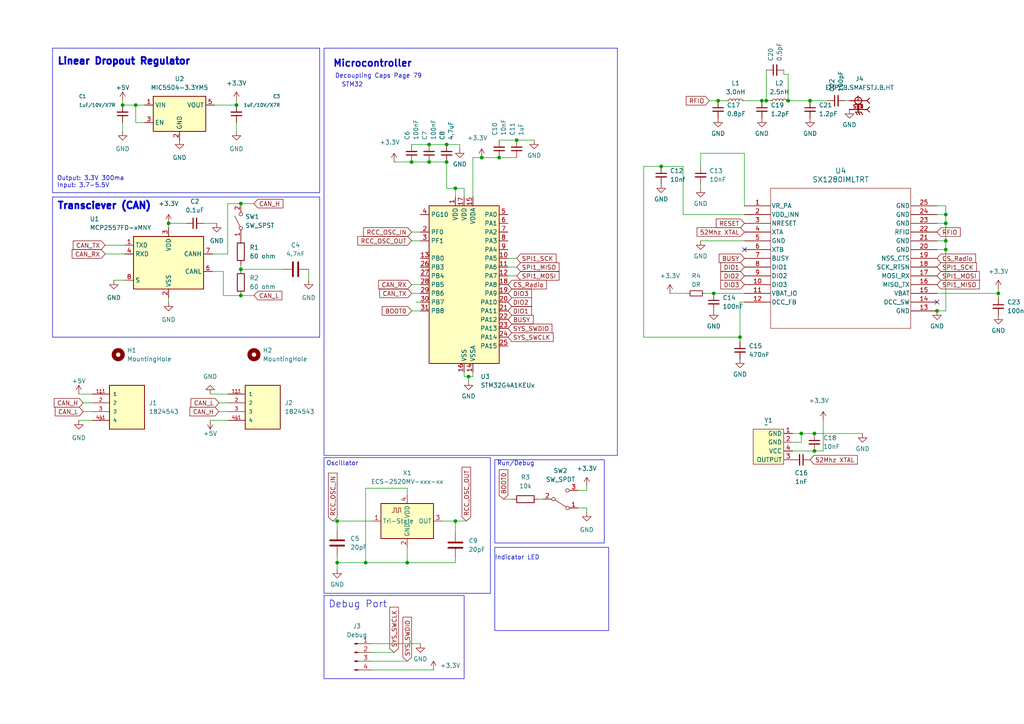
<source format=kicad_sch>
(kicad_sch (version 20230121) (generator eeschema)
  (paper "A4")
  (lib_symbols
    (symbol "+3.3V_1" (power) (pin_names (offset 0))
      (property "Value" "+3.3V_1" (at 0 3.556 0))
      (symbol "+3.3V_1_0_1"
        (polyline (pts (xy -0.762 1.27) (xy 0 2.54)))
        (polyline (pts (xy 0 0) (xy 0 2.54)))
        (polyline (pts (xy 0 2.54) (xy 0.762 1.27)))
      )
      (symbol "+3.3V_1_1_1"
        (pin power_in line (at 0 0 90) (length 0) hide (name "+3.3V") (number "1"))
      )
    )
    (symbol "+3.3V_2" (power) (pin_names (offset 0))
      (property "Value" "+3.3V_2" (at 0 3.556 0))
      (symbol "+3.3V_2_0_1"
        (polyline (pts (xy -0.762 1.27) (xy 0 2.54)))
        (polyline (pts (xy 0 0) (xy 0 2.54)))
        (polyline (pts (xy 0 2.54) (xy 0.762 1.27)))
      )
      (symbol "+3.3V_2_1_1"
        (pin power_in line (at 0 0 90) (length 0) hide (name "+3.3V") (number "1"))
      )
    )
    (symbol "Connector:1824543" (pin_names (offset 1.016))
      (property "Reference" "J" (at -5.08 5.842 0))
      (property "Value" "1824543" (at -5.08 -10.16 0))
      (symbol "1824543_0_0"
        (rectangle (start -5.08 -7.62) (end 5.08 5.08) (stroke (width 0.254)) (fill (type background)))
        (pin passive line (at -10.16 2.54 0) (length 5.08) (name "1") (number "1"))
        (pin passive line (at -10.16 2.54 0) (length 5.08) (name "1") (number "1_1"))
        (pin passive line (at -10.16 0 0) (length 5.08) (name "2") (number "2"))
        (pin passive line (at -10.16 -2.54 0) (length 5.08) (name "3") (number "3"))
        (pin passive line (at -10.16 -5.08 0) (length 5.08) (name "4") (number "4"))
        (pin passive line (at -10.16 -5.08 0) (length 5.08) (name "4") (number "4_1"))
      )
    )
    (symbol "Connector:Conn_01x04_Pin" (pin_names (offset 1.016) hide)
      (property "Reference" "J" (at 0 5.08 0))
      (property "Value" "Conn_01x04_Pin" (at 0 -7.62 0))
      (symbol "Conn_01x04_Pin_1_1"
        (polyline (pts (xy 1.27 -5.08) (xy 0.8636 -5.08)) (stroke (width 0.1524)))
        (polyline (pts (xy 1.27 -2.54) (xy 0.8636 -2.54)) (stroke (width 0.1524)))
        (polyline (pts (xy 1.27 0) (xy 0.8636 0)) (stroke (width 0.1524)))
        (polyline (pts (xy 1.27 2.54) (xy 0.8636 2.54)) (stroke (width 0.1524)))
        (rectangle (start 0.8636 -4.953) (end 0 -5.207) (stroke (width 0.1524)) (fill (type outline)))
        (rectangle (start 0.8636 -2.413) (end 0 -2.667) (stroke (width 0.1524)) (fill (type outline)))
        (rectangle (start 0.8636 0.127) (end 0 -0.127) (stroke (width 0.1524)) (fill (type outline)))
        (rectangle (start 0.8636 2.667) (end 0 2.413) (stroke (width 0.1524)) (fill (type outline)))
        (pin passive line (at 5.08 2.54 180) (length 3.81) (name "Pin_1") (number "1"))
        (pin passive line (at 5.08 0 180) (length 3.81) (name "Pin_2") (number "2"))
        (pin passive line (at 5.08 -2.54 180) (length 3.81) (name "Pin_3") (number "3"))
        (pin passive line (at 5.08 -5.08 180) (length 3.81) (name "Pin_4") (number "4"))
      )
    )
    (symbol "Device:C" (pin_numbers hide) (pin_names (offset 0.254))
      (property "Reference" "C" (at 0.635 2.54 0))
      (property "Value" "C" (at 0.635 -2.54 0))
      (symbol "C_0_1"
        (polyline (pts (xy -2.032 -0.762) (xy 2.032 -0.762)) (stroke (width 0.508)))
        (polyline (pts (xy -2.032 0.762) (xy 2.032 0.762)) (stroke (width 0.508)))
      )
      (symbol "C_1_1"
        (pin passive line (at 0 3.81 270) (length 2.794) (name "~") (number "1"))
        (pin passive line (at 0 -3.81 90) (length 2.794) (name "~") (number "2"))
      )
    )
    (symbol "Device:C_Small" (pin_numbers hide) (pin_names (offset 0.254) hide)
      (property "Reference" "C" (at 0.254 1.778 0))
      (property "Value" "C_Small" (at 0.254 -2.032 0))
      (symbol "C_Small_0_1"
        (polyline (pts (xy -1.524 -0.508) (xy 1.524 -0.508)) (stroke (width 0.3302)))
        (polyline (pts (xy -1.524 0.508) (xy 1.524 0.508)) (stroke (width 0.3048)))
      )
      (symbol "C_Small_1_1"
        (pin passive line (at 0 2.54 270) (length 2.032) (name "~") (number "1"))
        (pin passive line (at 0 -2.54 90) (length 2.032) (name "~") (number "2"))
      )
    )
    (symbol "Device:L_Small" (pin_numbers hide) (pin_names (offset 0.254) hide)
      (property "Reference" "L" (at 0.762 1.016 0))
      (property "Value" "L_Small" (at 0.762 -1.016 0))
      (symbol "L_Small_0_1"
        (arc (start 0 -2.032) (mid 0.5058 -1.524) (end 0 -1.016))
        (arc (start 0 -1.016) (mid 0.5058 -0.508) (end 0 0))
        (arc (start 0 0) (mid 0.5058 0.508) (end 0 1.016))
        (arc (start 0 1.016) (mid 0.5058 1.524) (end 0 2.032))
      )
      (symbol "L_Small_1_1"
        (pin passive line (at 0 2.54 270) (length 0.508) (name "~") (number "1"))
        (pin passive line (at 0 -2.54 90) (length 0.508) (name "~") (number "2"))
      )
    )
    (symbol "Device:R" (pin_numbers hide) (pin_names (offset 0))
      (property "Reference" "R" (at 2.032 0 90))
      (property "Value" "R" (at 0 0 90))
      (symbol "R_0_1"
        (rectangle (start -1.016 -2.54) (end 1.016 2.54) (stroke (width 0.254)))
      )
      (symbol "R_1_1"
        (pin passive line (at 0 3.81 270) (length 1.27) (name "~") (number "1"))
        (pin passive line (at 0 -3.81 90) (length 1.27) (name "~") (number "2"))
      )
    )
    (symbol "Device:R_Small" (pin_numbers hide) (pin_names (offset 0.254) hide)
      (property "Reference" "R" (at 0.762 0.508 0))
      (property "Value" "R_Small" (at 0.762 -1.016 0))
      (symbol "R_Small_0_1"
        (rectangle (start -0.762 1.778) (end 0.762 -1.778) (stroke (width 0.2032)))
      )
      (symbol "R_Small_1_1"
        (pin passive line (at 0 2.54 270) (length 0.762) (name "~") (number "1"))
        (pin passive line (at 0 -2.54 90) (length 0.762) (name "~") (number "2"))
      )
    )
    (symbol "GND_1" (power) (pin_names (offset 0))
      (property "Value" "GND_1" (at 0 -3.81 0))
      (symbol "GND_1_0_1"
        (polyline (pts (xy 0 0) (xy 0 -1.27) (xy 1.27 -1.27) (xy 0 -2.54) (xy -1.27 -1.27) (xy 0 -1.27)))
      )
      (symbol "GND_1_1_1"
        (pin power_in line (at 0 0 270) (length 0) hide (name "GND") (number "1"))
      )
    )
    (symbol "Interface_CAN_LIN:MCP2557FD-xMNY"
      (property "Reference" "U" (at -10.16 10.16 0))
      (property "Value" "MCP2557FD-xMNY" (at 2.54 10.16 0))
      (symbol "MCP2557FD-xMNY_0_1"
        (rectangle (start -10.16 7.62) (end 10.16 -7.62) (stroke (width 0.254)) (fill (type background)))
      )
      (symbol "MCP2557FD-xMNY_1_1"
        (pin input line (at -12.7 5.08 0) (length 2.54) (name "TXD") (number "1"))
        (pin power_in line (at 0 -10.16 90) (length 2.54) (name "VSS") (number "2"))
        (pin power_in line (at 0 10.16 270) (length 2.54) (name "VDD") (number "3"))
        (pin output line (at -12.7 2.54 0) (length 2.54) (name "RXD") (number "4"))
        (pin no_connect line (at -10.16 -2.54 0) (length 2.54) hide (name "NC") (number "5"))
        (pin bidirectional line (at 12.7 -2.54 180) (length 2.54) (name "CANL") (number "6"))
        (pin bidirectional line (at 12.7 2.54 180) (length 2.54) (name "CANH") (number "7"))
        (pin input line (at -12.7 -5.08 0) (length 2.54) (name "S") (number "8"))
        (pin passive line (at 0 -10.16 90) (length 2.54) hide (name "VSS") (number "9"))
      )
    )
    (symbol "MCU_ST_STM32G4:STM32G4A1KEUx"
      (property "Reference" "U" (at -10.16 24.13 0))
      (property "Value" "STM32G4A1KEUx" (at 5.08 24.13 0))
      (symbol "STM32G4A1KEUx_0_1"
        (rectangle (start -10.16 -22.86) (end 10.16 22.86) (stroke (width 0.254)) (fill (type background)))
      )
      (symbol "STM32G4A1KEUx_1_1"
        (pin power_in line (at -2.54 25.4 270) (length 2.54) (name "VDD") (number "1"))
        (pin bidirectional line (at 12.7 7.62 180) (length 2.54) (name "PA5") (number "10"))
        (pin bidirectional line (at 12.7 5.08 180) (length 2.54) (name "PA6") (number "11"))
        (pin bidirectional line (at 12.7 2.54 180) (length 2.54) (name "PA7") (number "12"))
        (pin bidirectional line (at -12.7 7.62 0) (length 2.54) (name "PB0") (number "13"))
        (pin power_in line (at 2.54 -25.4 90) (length 2.54) (name "VSSA") (number "14"))
        (pin power_in line (at 2.54 25.4 270) (length 2.54) (name "VDDA") (number "15"))
        (pin power_in line (at 0 -25.4 90) (length 2.54) (name "VSS") (number "16"))
        (pin power_in line (at 0 25.4 270) (length 2.54) (name "VDD") (number "17"))
        (pin bidirectional line (at 12.7 0 180) (length 2.54) (name "PA8") (number "18"))
        (pin bidirectional line (at 12.7 -2.54 180) (length 2.54) (name "PA9") (number "19"))
        (pin bidirectional line (at -12.7 15.24 0) (length 2.54) (name "PF0") (number "2"))
        (pin bidirectional line (at 12.7 -5.08 180) (length 2.54) (name "PA10") (number "20"))
        (pin bidirectional line (at 12.7 -7.62 180) (length 2.54) (name "PA11") (number "21"))
        (pin bidirectional line (at 12.7 -10.16 180) (length 2.54) (name "PA12") (number "22"))
        (pin bidirectional line (at 12.7 -12.7 180) (length 2.54) (name "PA13") (number "23"))
        (pin bidirectional line (at 12.7 -15.24 180) (length 2.54) (name "PA14") (number "24"))
        (pin bidirectional line (at 12.7 -17.78 180) (length 2.54) (name "PA15") (number "25"))
        (pin bidirectional line (at -12.7 5.08 0) (length 2.54) (name "PB3") (number "26"))
        (pin bidirectional line (at -12.7 2.54 0) (length 2.54) (name "PB4") (number "27"))
        (pin bidirectional line (at -12.7 0 0) (length 2.54) (name "PB5") (number "28"))
        (pin bidirectional line (at -12.7 -2.54 0) (length 2.54) (name "PB6") (number "29"))
        (pin bidirectional line (at -12.7 12.7 0) (length 2.54) (name "PF1") (number "3"))
        (pin bidirectional line (at -12.7 -5.08 0) (length 2.54) (name "PB7") (number "30"))
        (pin bidirectional line (at -12.7 -7.62 0) (length 2.54) (name "PB8") (number "31"))
        (pin passive line (at 0 -25.4 90) (length 2.54) hide (name "VSS") (number "32"))
        (pin passive line (at 0 -25.4 90) (length 2.54) hide (name "VSS") (number "33"))
        (pin bidirectional line (at -12.7 20.32 0) (length 2.54) (name "PG10") (number "4"))
        (pin bidirectional line (at 12.7 20.32 180) (length 2.54) (name "PA0") (number "5"))
        (pin bidirectional line (at 12.7 17.78 180) (length 2.54) (name "PA1") (number "6"))
        (pin bidirectional line (at 12.7 15.24 180) (length 2.54) (name "PA2") (number "7"))
        (pin bidirectional line (at 12.7 12.7 180) (length 2.54) (name "PA3") (number "8"))
        (pin bidirectional line (at 12.7 10.16 180) (length 2.54) (name "PA4") (number "9"))
      )
    )
    (symbol "Mechanical:MountingHole" (pin_names (offset 1.016))
      (property "Reference" "H" (at 0 5.08 0))
      (property "Value" "MountingHole" (at 0 3.175 0))
      (symbol "MountingHole_0_1"
        (circle (center 0 0) (radius 1.27) (stroke (width 1.27)))
      )
    )
    (symbol "Oscillator:ECS-2520MV-xxx-xx"
      (property "Reference" "X" (at -5.08 6.35 0))
      (property "Value" "ECS-2520MV-xxx-xx" (at 1.27 -6.35 0))
      (symbol "ECS-2520MV-xxx-xx_0_1"
        (rectangle (start -7.62 5.08) (end 7.62 -5.08) (stroke (width 0.254)) (fill (type background)))
        (polyline (pts (xy -4.445 2.54) (xy -3.81 2.54) (xy -3.81 3.81) (xy -3.175 3.81) (xy -3.175 2.54) (xy -2.54 2.54) (xy -2.54 3.81) (xy -1.905 3.81) (xy -1.905 2.54)))
      )
      (symbol "ECS-2520MV-xxx-xx_1_1"
        (pin input line (at -10.16 0 0) (length 2.54) (name "Tri-State") (number "1"))
        (pin power_in line (at 0 -7.62 90) (length 2.54) (name "GND") (number "2"))
        (pin output line (at 10.16 0 180) (length 2.54) (name "OUT") (number "3"))
        (pin power_in line (at 0 7.62 270) (length 2.54) (name "VDD") (number "4"))
      )
    )
    (symbol "Regulator_Linear:MIC5504-3.3YM5"
      (property "Reference" "U" (at -7.62 8.89 0))
      (property "Value" "MIC5504-3.3YM5" (at -7.62 6.35 0))
      (symbol "MIC5504-3.3YM5_0_1"
        (rectangle (start -7.62 -5.08) (end 7.62 5.08) (stroke (width 0.254)) (fill (type background)))
      )
      (symbol "MIC5504-3.3YM5_1_1"
        (pin power_in line (at -10.16 2.54 0) (length 2.54) (name "VIN") (number "1"))
        (pin power_in line (at 0 -7.62 90) (length 2.54) (name "GND") (number "2"))
        (pin input line (at -10.16 -2.54 0) (length 2.54) (name "EN") (number "3"))
        (pin no_connect line (at 7.62 -2.54 180) (length 2.54) hide (name "NC") (number "4"))
        (pin power_out line (at 10.16 2.54 180) (length 2.54) (name "VOUT") (number "5"))
      )
    )
    (symbol "SMA:EMPCB.SMAFSTJ.B.HT" (pin_names (offset 1.016))
      (property "Reference" "J" (at -3.8103 4.0644 0))
      (property "Value" "EMPCB.SMAFSTJ.B.HT" (at -4.067 -4.3211 0))
      (symbol "EMPCB.SMAFSTJ.B.HT_0_0"
        (polyline (pts (xy -3.302 -0.762) (xy -2.54 0)) (stroke (width 0.254)))
        (polyline (pts (xy -3.302 0.762) (xy -2.54 0)) (stroke (width 0.254)))
        (polyline (pts (xy -3.302 1.778) (xy -2.54 2.54)) (stroke (width 0.254)))
        (polyline (pts (xy -3.302 3.302) (xy -2.54 2.54)) (stroke (width 0.254)))
        (polyline (pts (xy -2.54 0) (xy 0 0)) (stroke (width 0.254)))
        (polyline (pts (xy -2.54 2.54) (xy 2.54 2.54)) (stroke (width 0.254)))
        (polyline (pts (xy -1.016 1.524) (xy 0 1.524)) (stroke (width 0.254)))
        (polyline (pts (xy -0.762 -0.762) (xy -1.27 -1.524)) (stroke (width 0.254)))
        (polyline (pts (xy 0 -0.762) (xy -0.762 -0.762)) (stroke (width 0.254)))
        (polyline (pts (xy 0 -0.762) (xy -0.508 -1.524)) (stroke (width 0.254)))
        (polyline (pts (xy 0 -0.762) (xy 0.762 -0.762)) (stroke (width 0.254)))
        (polyline (pts (xy 0 0) (xy -2.286 0)) (stroke (width 0.254)))
        (polyline (pts (xy 0 0) (xy 0 -0.762)) (stroke (width 0.254)))
        (polyline (pts (xy 0 1.524) (xy 0 0)) (stroke (width 0.254)))
        (polyline (pts (xy 0 1.524) (xy 1.016 1.524)) (stroke (width 0.254)))
        (polyline (pts (xy 0.762 -0.762) (xy 0.254 -1.524)) (stroke (width 0.254)))
        (polyline (pts (xy 2.54 0) (xy 0 0)) (stroke (width 0.254)))
        (circle (center 0 0) (radius 0.254) (stroke (width 0.254)))
        (circle (center 0 2.54) (radius 1.016) (stroke (width 0.254)))
        (pin passive line (at 2.54 2.54 180) (length 5.08) (name "~") (number "1"))
        (pin passive line (at 2.54 0 180) (length 5.08) (name "~") (number "SH1"))
        (pin passive line (at 2.54 0 180) (length 5.08) (name "~") (number "SH2"))
        (pin passive line (at 2.54 0 180) (length 5.08) (name "~") (number "SH3"))
        (pin passive line (at 2.54 0 180) (length 5.08) (name "~") (number "SH4"))
      )
    )
    (symbol "SX1280:SX1280IMLTRT" (pin_names (offset 0.254))
      (property "Reference" "U" (at 27.94 10.16 0))
      (property "Value" "SX1280IMLTRT" (at 27.94 7.62 0))
      (symbol "SX1280IMLTRT_0_1"
        (polyline (pts (xy 7.62 -35.56) (xy 48.26 -35.56)) (stroke (width 0.127)))
        (polyline (pts (xy 7.62 5.08) (xy 7.62 -35.56)) (stroke (width 0.127)))
        (polyline (pts (xy 48.26 -35.56) (xy 48.26 5.08)) (stroke (width 0.127)))
        (polyline (pts (xy 48.26 5.08) (xy 7.62 5.08)) (stroke (width 0.127)))
        (pin power_in line (at 0 0 0) (length 7.62) (name "VR_PA") (number "1"))
        (pin bidirectional line (at 0 -22.86 0) (length 7.62) (name "DIO3") (number "10"))
        (pin power_in line (at 0 -25.4 0) (length 7.62) (name "VBAT_IO") (number "11"))
        (pin output line (at 0 -27.94 0) (length 7.62) (name "DCC_FB") (number "12"))
        (pin power_out line (at 55.88 -30.48 180) (length 7.62) (name "GND") (number "13"))
        (pin output line (at 55.88 -27.94 180) (length 7.62) (name "DCC_SW") (number "14"))
        (pin power_in line (at 55.88 -25.4 180) (length 7.62) (name "VBAT") (number "15"))
        (pin output line (at 55.88 -22.86 180) (length 7.62) (name "MISO_TX") (number "16"))
        (pin input line (at 55.88 -20.32 180) (length 7.62) (name "MOSI_RX") (number "17"))
        (pin input line (at 55.88 -17.78 180) (length 7.62) (name "SCK_RTSN") (number "18"))
        (pin input line (at 55.88 -15.24 180) (length 7.62) (name "NSS_CTS") (number "19"))
        (pin power_in line (at 0 -2.54 0) (length 7.62) (name "VDD_INN") (number "2"))
        (pin power_out line (at 55.88 -12.7 180) (length 7.62) (name "GND") (number "20"))
        (pin power_out line (at 55.88 -10.16 180) (length 7.62) (name "GND") (number "21"))
        (pin bidirectional line (at 55.88 -7.62 180) (length 7.62) (name "RFIO") (number "22"))
        (pin power_out line (at 55.88 -5.08 180) (length 7.62) (name "GND") (number "23"))
        (pin power_out line (at 55.88 -2.54 180) (length 7.62) (name "GND") (number "24"))
        (pin power_out line (at 55.88 0 180) (length 7.62) (name "GND") (number "25"))
        (pin input line (at 0 -5.08 0) (length 7.62) (name "NRESET") (number "3"))
        (pin bidirectional line (at 0 -7.62 0) (length 7.62) (name "XTA") (number "4"))
        (pin power_out line (at 0 -10.16 0) (length 7.62) (name "GND") (number "5"))
        (pin bidirectional line (at 0 -12.7 0) (length 7.62) (name "XTB") (number "6"))
        (pin output line (at 0 -15.24 0) (length 7.62) (name "BUSY") (number "7"))
        (pin bidirectional line (at 0 -17.78 0) (length 7.62) (name "DIO1") (number "8"))
        (pin bidirectional line (at 0 -20.32 0) (length 7.62) (name "DIO2") (number "9"))
      )
    )
    (symbol "Switch:SW_SPDT" (pin_names (offset 0) hide)
      (property "Reference" "SW" (at 0 4.318 0))
      (property "Value" "SW_SPDT" (at 0 -5.08 0))
      (symbol "SW_SPDT_0_0"
        (circle (center -2.032 0) (radius 0.508))
        (circle (center 2.032 -2.54) (radius 0.508))
      )
      (symbol "SW_SPDT_0_1"
        (polyline (pts (xy -1.524 0.254) (xy 1.651 2.286)))
        (circle (center 2.032 2.54) (radius 0.508))
      )
      (symbol "SW_SPDT_1_1"
        (pin passive line (at 5.08 2.54 180) (length 2.54) (name "A") (number "1"))
        (pin passive line (at -5.08 0 0) (length 2.54) (name "B") (number "2"))
        (pin passive line (at 5.08 -2.54 180) (length 2.54) (name "C") (number "3"))
      )
    )
    (symbol "Switch:SW_SPST" (pin_names (offset 0) hide)
      (property "Reference" "SW" (at 0 3.175 0))
      (property "Value" "SW_SPST" (at 0 -2.54 0))
      (symbol "SW_SPST_0_0"
        (circle (center -2.032 0) (radius 0.508))
        (polyline (pts (xy -1.524 0.254) (xy 1.524 1.778)))
        (circle (center 2.032 0) (radius 0.508))
      )
      (symbol "SW_SPST_1_1"
        (pin passive line (at -5.08 0 0) (length 2.54) (name "A") (number "1"))
        (pin passive line (at 5.08 0 180) (length 2.54) (name "B") (number "2"))
      )
    )
    (symbol "TX0369B:TX0369B"
      (property "Reference" "Y" (at 0 0 0))
      (symbol "TX0369B_1_1"
        (rectangle (start -3.81 -1.27) (end 5.08 -11.43) (fill (type background)))
        (pin input line (at 7.62 -2.54 180) (length 2.54) (name "GND") (number "1"))
        (pin input line (at 7.62 -5.08 180) (length 2.54) (name "GND") (number "2"))
        (pin output line (at 7.62 -10.16 180) (length 2.54) (name "OUTPUT") (number "3"))
        (pin power_in line (at 7.62 -7.62 180) (length 2.54) (name "VCC") (number "4"))
      )
    )
    (symbol "power:+3.3V" (power) (pin_names (offset 0))
      (property "Value" "+3.3V" (at 0 3.556 0))
      (symbol "+3.3V_0_1"
        (polyline (pts (xy -0.762 1.27) (xy 0 2.54)))
        (polyline (pts (xy 0 0) (xy 0 2.54)))
        (polyline (pts (xy 0 2.54) (xy 0.762 1.27)))
      )
      (symbol "+3.3V_1_1"
        (pin power_in line (at 0 0 90) (length 0) hide (name "+3.3V") (number "1"))
      )
    )
    (symbol "power:+5V" (power) (pin_names (offset 0))
      (property "Value" "+5V" (at 0 3.556 0))
      (symbol "+5V_0_1"
        (polyline (pts (xy -0.762 1.27) (xy 0 2.54)))
        (polyline (pts (xy 0 0) (xy 0 2.54)))
        (polyline (pts (xy 0 2.54) (xy 0.762 1.27)))
      )
      (symbol "+5V_1_1"
        (pin power_in line (at 0 0 90) (length 0) hide (name "+5V") (number "1"))
      )
    )
    (symbol "power:GND" (power) (pin_names (offset 0))
      (property "Value" "GND" (at 0 -3.81 0))
      (symbol "GND_0_1"
        (polyline (pts (xy 0 0) (xy 0 -1.27) (xy 1.27 -1.27) (xy 0 -2.54) (xy -1.27 -1.27) (xy 0 -1.27)))
      )
      (symbol "GND_1_1"
        (pin power_in line (at 0 0 270) (length 0) hide (name "GND") (number "1"))
      )
    )
  )
  (junction (at 132.08 151.13))
  (junction (at 124.46 41.91))
  (junction (at 220.98 29.21))
  (junction (at 234.95 29.21))
  (junction (at 144.78 45.72))
  (junction (at 129.54 46.99))
  (junction (at 119.38 46.99))
  (junction (at 191.77 48.26))
  (junction (at 69.85 78.105))
  (junction (at 129.54 41.91))
  (junction (at 274.32 72.39))
  (junction (at 35.56 30.48))
  (junction (at 124.46 46.99))
  (junction (at 274.32 64.77))
  (junction (at 214.63 97.79))
  (junction (at 208.28 29.21))
  (junction (at 97.79 163.195))
  (junction (at 97.79 151.13))
  (junction (at 274.32 62.23))
  (junction (at 274.32 69.85))
  (junction (at 135.89 109.22))
  (junction (at 68.58 30.48))
  (junction (at 228.6 29.21))
  (junction (at 149.86 40.64))
  (junction (at 69.85 85.725))
  (junction (at 222.25 29.21))
  (junction (at 106.045 163.195))
  (junction (at 207.01 85.09))
  (junction (at 236.22 130.81))
  (junction (at 232.41 125.73))
  (junction (at 271.78 90.17))
  (junction (at 289.56 85.09))
  (junction (at 69.85 59.055))
  (junction (at 236.22 125.73))
  (junction (at 139.7 45.72))
  (junction (at 48.895 64.77))
  (junction (at 39.37 30.48))
  (junction (at 118.11 163.195))
  (junction (at 132.08 54.61))
  (no_connect (at 271.78 87.63))
  (no_connect (at 215.9 72.39))
  (wire (pts (xy 69.85 76.835) (xy 69.85 78.105)))
  (wire (pts (xy 274.32 72.39) (xy 274.32 69.85)))
  (wire (pts (xy 133.35 43.18) (xy 133.35 41.91)))
  (wire (pts (xy 156.21 144.78) (xy 157.48 144.78)))
  (wire (pts (xy 220.98 29.21) (xy 222.25 29.21)))
  (polyline (pts (xy 92.71 97.79) (xy 92.71 57.15)))
  (wire (pts (xy 274.32 69.85) (xy 274.32 64.77)))
  (wire (pts (xy 214.63 97.79) (xy 214.63 87.63)))
  (wire (pts (xy 124.46 41.91) (xy 129.54 41.91)))
  (wire (pts (xy 119.38 90.17) (xy 121.92 90.17)))
  (wire (pts (xy 274.32 59.69) (xy 271.78 59.69)))
  (wire (pts (xy 125.73 194.31) (xy 107.95 194.31)))
  (wire (pts (xy 41.91 35.56) (xy 39.37 35.56)))
  (wire (pts (xy 97.79 161.29) (xy 97.79 163.195)))
  (wire (pts (xy 97.79 153.67) (xy 97.79 151.13)))
  (wire (pts (xy 222.25 29.21) (xy 223.52 29.21)))
  (wire (pts (xy 114.3 46.99) (xy 119.38 46.99)))
  (wire (pts (xy 114.3 189.23) (xy 107.95 189.23)))
  (wire (pts (xy 118.11 143.51) (xy 118.11 141.605)))
  (wire (pts (xy 69.85 85.725) (xy 73.66 85.725)))
  (wire (pts (xy 39.37 35.56) (xy 39.37 30.48)))
  (wire (pts (xy 69.85 59.055) (xy 73.66 59.055)))
  (wire (pts (xy 97.79 163.195) (xy 106.045 163.195)))
  (wire (pts (xy 167.64 147.32) (xy 170.18 147.32)))
  (wire (pts (xy 64.77 85.725) (xy 69.85 85.725)))
  (wire (pts (xy 144.78 45.72) (xy 149.86 45.72)))
  (wire (pts (xy 215.9 59.69) (xy 215.9 44.45)))
  (wire (pts (xy 274.32 64.77) (xy 274.32 62.23)))
  (wire (pts (xy 121.92 85.09) (xy 119.38 85.09)))
  (wire (pts (xy 137.16 109.22) (xy 137.16 107.95)))
  (polyline (pts (xy 15.24 13.97) (xy 92.71 13.97)))
  (wire (pts (xy 227.33 20.32) (xy 227.33 21.59)))
  (wire (pts (xy 68.58 38.1) (xy 68.58 35.56)))
  (wire (pts (xy 68.58 30.48) (xy 62.23 30.48)))
  (wire (pts (xy 68.58 30.48) (xy 68.58 29.21)))
  (wire (pts (xy 203.2 69.85) (xy 215.9 69.85)))
  (wire (pts (xy 214.63 87.63) (xy 215.9 87.63)))
  (wire (pts (xy 22.86 114.3) (xy 26.67 114.3)))
  (wire (pts (xy 214.63 97.79) (xy 214.63 99.06)))
  (wire (pts (xy 63.5 116.84) (xy 66.04 116.84)))
  (wire (pts (xy 170.18 147.32) (xy 170.18 148.59)))
  (wire (pts (xy 186.69 97.79) (xy 214.63 97.79)))
  (wire (pts (xy 135.255 151.13) (xy 132.08 151.13)))
  (wire (pts (xy 62.865 64.77) (xy 59.055 64.77)))
  (wire (pts (xy 119.38 69.85) (xy 121.92 69.85)))
  (wire (pts (xy 132.08 151.13) (xy 132.08 154.305)))
  (wire (pts (xy 198.12 48.26) (xy 191.77 48.26)))
  (wire (pts (xy 119.38 67.31) (xy 121.92 67.31)))
  (wire (pts (xy 35.56 30.48) (xy 39.37 30.48)))
  (wire (pts (xy 186.69 48.26) (xy 186.69 97.79)))
  (wire (pts (xy 121.92 186.69) (xy 107.95 186.69)))
  (wire (pts (xy 120.65 87.63) (xy 121.92 87.63)))
  (wire (pts (xy 97.79 165.1) (xy 97.79 163.195)))
  (wire (pts (xy 144.78 40.64) (xy 149.86 40.64)))
  (wire (pts (xy 203.2 44.45) (xy 203.2 48.26)))
  (wire (pts (xy 96.52 151.13) (xy 97.79 151.13)))
  (wire (pts (xy 236.22 125.73) (xy 232.41 125.73)))
  (wire (pts (xy 24.13 116.84) (xy 26.67 116.84)))
  (wire (pts (xy 132.08 57.15) (xy 132.08 54.61)))
  (wire (pts (xy 118.11 191.77) (xy 107.95 191.77)))
  (wire (pts (xy 274.32 90.17) (xy 274.32 72.39)))
  (wire (pts (xy 170.18 142.24) (xy 167.64 142.24)))
  (wire (pts (xy 89.535 81.28) (xy 89.535 78.105)))
  (polyline (pts (xy 15.24 97.79) (xy 92.71 97.79)))
  (wire (pts (xy 228.6 29.21) (xy 234.95 29.21)))
  (wire (pts (xy 128.27 151.13) (xy 132.08 151.13)))
  (wire (pts (xy 135.89 110.49) (xy 135.89 109.22)))
  (wire (pts (xy 203.2 54.61) (xy 203.2 53.34)))
  (wire (pts (xy 35.56 30.48) (xy 35.56 29.21)))
  (wire (pts (xy 271.78 72.39) (xy 274.32 72.39)))
  (wire (pts (xy 30.48 71.12) (xy 36.195 71.12)))
  (polyline (pts (xy 15.24 13.97) (xy 15.24 55.88)))
  (wire (pts (xy 119.38 82.55) (xy 121.92 82.55)))
  (polyline (pts (xy 92.71 57.15) (xy 15.24 57.15)))
  (wire (pts (xy 132.08 161.925) (xy 132.08 163.195)))
  (wire (pts (xy 64.77 78.74) (xy 64.77 85.725)))
  (wire (pts (xy 137.16 45.72) (xy 139.7 45.72)))
  (wire (pts (xy 215.9 44.45) (xy 203.2 44.45)))
  (wire (pts (xy 137.16 45.72) (xy 137.16 57.15)))
  (wire (pts (xy 236.22 130.81) (xy 238.76 130.81)))
  (wire (pts (xy 134.62 107.95) (xy 134.62 109.22)))
  (wire (pts (xy 97.79 151.13) (xy 107.95 151.13)))
  (wire (pts (xy 60.96 121.92) (xy 66.04 121.92)))
  (wire (pts (xy 81.915 78.105) (xy 69.85 78.105)))
  (wire (pts (xy 66.04 59.055) (xy 66.04 73.66)))
  (wire (pts (xy 207.01 85.09) (xy 215.9 85.09)))
  (wire (pts (xy 53.975 64.77) (xy 48.895 64.77)))
  (wire (pts (xy 129.54 54.61) (xy 132.08 54.61)))
  (wire (pts (xy 234.95 29.21) (xy 240.03 29.21)))
  (wire (pts (xy 215.9 29.21) (xy 220.98 29.21)))
  (wire (pts (xy 48.895 87.63) (xy 48.895 86.36)))
  (wire (pts (xy 289.56 83.82) (xy 289.56 85.09)))
  (wire (pts (xy 205.74 29.21) (xy 208.28 29.21)))
  (wire (pts (xy 149.86 74.93) (xy 147.32 74.93)))
  (polyline (pts (xy 15.24 97.79) (xy 15.24 57.15)))
  (wire (pts (xy 134.62 109.22) (xy 135.89 109.22)))
  (wire (pts (xy 24.13 119.38) (xy 26.67 119.38)))
  (wire (pts (xy 232.41 128.27) (xy 232.41 125.73)))
  (wire (pts (xy 149.86 80.01) (xy 147.32 80.01)))
  (wire (pts (xy 289.56 85.09) (xy 289.56 86.36)))
  (wire (pts (xy 33.02 81.28) (xy 36.195 81.28)))
  (wire (pts (xy 229.87 128.27) (xy 232.41 128.27)))
  (wire (pts (xy 119.38 46.99) (xy 124.46 46.99)))
  (wire (pts (xy 63.5 119.38) (xy 66.04 119.38)))
  (wire (pts (xy 271.78 85.09) (xy 289.56 85.09)))
  (wire (pts (xy 132.08 163.195) (xy 118.11 163.195)))
  (wire (pts (xy 222.25 20.32) (xy 222.25 29.21)))
  (wire (pts (xy 215.9 62.23) (xy 198.12 62.23)))
  (wire (pts (xy 149.86 77.47) (xy 147.32 77.47)))
  (wire (pts (xy 271.78 62.23) (xy 274.32 62.23)))
  (wire (pts (xy 204.47 85.09) (xy 207.01 85.09)))
  (wire (pts (xy 186.69 48.26) (xy 191.77 48.26)))
  (wire (pts (xy 198.12 62.23) (xy 198.12 48.26)))
  (wire (pts (xy 250.19 125.73) (xy 236.22 125.73)))
  (wire (pts (xy 149.86 40.64) (xy 154.94 40.64)))
  (wire (pts (xy 228.6 29.21) (xy 228.6 21.59)))
  (wire (pts (xy 170.18 140.97) (xy 170.18 142.24)))
  (wire (pts (xy 245.11 29.21) (xy 246.38 29.21)))
  (wire (pts (xy 61.595 78.74) (xy 64.77 78.74)))
  (wire (pts (xy 39.37 30.48) (xy 41.91 30.48)))
  (wire (pts (xy 227.33 21.59) (xy 228.6 21.59)))
  (wire (pts (xy 146.05 144.78) (xy 148.59 144.78)))
  (polyline (pts (xy 92.71 13.97) (xy 92.71 55.88)))
  (wire (pts (xy 106.045 163.195) (xy 118.11 163.195)))
  (wire (pts (xy 229.87 130.81) (xy 236.22 130.81)))
  (wire (pts (xy 194.31 85.09) (xy 199.39 85.09)))
  (wire (pts (xy 271.78 69.85) (xy 274.32 69.85)))
  (wire (pts (xy 208.28 29.21) (xy 210.82 29.21)))
  (wire (pts (xy 238.76 121.92) (xy 238.76 130.81)))
  (wire (pts (xy 118.11 163.195) (xy 118.11 158.75)))
  (wire (pts (xy 132.08 54.61) (xy 134.62 54.61)))
  (wire (pts (xy 22.86 121.92) (xy 26.67 121.92)))
  (wire (pts (xy 135.89 109.22) (xy 137.16 109.22)))
  (wire (pts (xy 60.96 114.3) (xy 66.04 114.3)))
  (wire (pts (xy 129.54 41.91) (xy 133.35 41.91)))
  (wire (pts (xy 30.48 73.66) (xy 36.195 73.66)))
  (wire (pts (xy 48.895 64.77) (xy 48.895 66.04)))
  (wire (pts (xy 134.62 54.61) (xy 134.62 57.15)))
  (wire (pts (xy 66.04 59.055) (xy 69.85 59.055)))
  (wire (pts (xy 106.045 141.605) (xy 106.045 163.195)))
  (wire (pts (xy 274.32 62.23) (xy 274.32 59.69)))
  (wire (pts (xy 118.11 141.605) (xy 106.045 141.605)))
  (wire (pts (xy 271.78 64.77) (xy 274.32 64.77)))
  (wire (pts (xy 61.595 73.66) (xy 66.04 73.66)))
  (wire (pts (xy 129.54 46.99) (xy 129.54 54.61)))
  (wire (pts (xy 35.56 38.1) (xy 35.56 35.56)))
  (wire (pts (xy 124.46 46.99) (xy 129.54 46.99)))
  (polyline (pts (xy 92.71 55.88) (xy 15.24 55.88)))
  (wire (pts (xy 144.78 45.72) (xy 139.7 45.72)))
  (wire (pts (xy 119.38 41.91) (xy 124.46 41.91)))
  (wire (pts (xy 232.41 125.73) (xy 229.87 125.73)))
  (wire (pts (xy 271.78 90.17) (xy 274.32 90.17)))
  (rectangle (start 143.51 133.35) (end 175.26 157.48))
  (rectangle (start 93.98 132.715) (end 142.24 172.085))
  (rectangle (start 93.98 172.72) (end 134.62 196.85))
  (rectangle (start 143.51 158.75) (end 176.53 182.88))
  (rectangle (start 93.98 13.97) (end 179.07 132.08))
  (text "Debug Port" (at 95.25 176.53 0) (effects (font (size 2 2)) (justify left bottom)))
  (text "STM32" (at 99.06 25.4 0) (effects (font (size 1.27 1.27)) (justify left bottom)))
  (text "Decoupling Caps Page 79\n" (at 97.155 22.86 0) (effects (font (size 1.27 1.27)) (justify left bottom)))
  (text "Output: 3.3V 300ma \nInput: 3.7-5.5V \n" (at 16.51 54.61 0) (effects (font (size 1.27 1.27)) (justify left bottom)))
  (text "Oscillator" (at 94.615 135.255 0) (effects (font (size 1.27 1.27)) (justify left bottom)))
  (text "Transciever (CAN)\n" (at 16.51 60.96 0) (effects (font (size 2 2) (thickness 0.6) bold) (justify left bottom)))
  (text "Microcontroller" (at 96.52 19.685 0) (effects (font (size 2 2) (thickness 0.4) bold) (justify left bottom)))
  (text "Run/Debug" (at 144.145 135.255 0) (effects (font (size 1.27 1.27)) (justify left bottom)))
  (text "Indicator LED\n" (at 143.51 162.56 0) (effects (font (size 1.27 1.27)) (justify left bottom)))
  (text "Linear Dropout Regulator" (at 16.51 19.05 0) (effects (font (size 2 2) (thickness 0.6) bold) (justify left bottom)))
  (global_label "DIO1" (shape input) (at 215.9 77.47 180) (property "Intersheetrefs" "${INTERSHEET_REFS}" (effects hide)))
  (global_label "DIO3" (shape input) (at 147.32 85.09 0) (property "Intersheetrefs" "${INTERSHEET_REFS}" (effects hide)))
  (global_label "CAN_L" (shape input) (at 63.5 116.84 180) (property "Intersheetrefs" "${INTERSHEET_REFS}" (effects hide)))
  (global_label "CAN_RX" (shape input) (at 30.48 73.66 180) (property "Intersheetrefs" "${INTERSHEET_REFS}" (effects hide)))
  (global_label "SYS_SWCLK" (shape input) (at 147.32 97.79 0) (property "Intersheetrefs" "${INTERSHEET_REFS}" (effects hide)))
  (global_label "RFIO" (shape input) (at 205.74 29.21 180) (property "Intersheetrefs" "${INTERSHEET_REFS}" (effects hide)))
  (global_label "CS_Radio" (shape input) (at 271.78 74.93 0) (property "Intersheetrefs" "${INTERSHEET_REFS}" (effects hide)))
  (global_label "SPI1_MOSI" (shape input) (at 149.86 80.01 0) (property "Intersheetrefs" "${INTERSHEET_REFS}" (effects hide)))
  (global_label "SYS_SWDIO" (shape input) (at 118.11 191.77 90) (property "Intersheetrefs" "${INTERSHEET_REFS}" (effects hide)))
  (global_label "RESET" (shape input) (at 215.9 64.77 180) (property "Intersheetrefs" "${INTERSHEET_REFS}" (effects hide)))
  (global_label "DIO2" (shape input) (at 215.9 80.01 180) (property "Intersheetrefs" "${INTERSHEET_REFS}" (effects hide)))
  (global_label "CAN_H" (shape input) (at 24.13 116.84 180) (property "Intersheetrefs" "${INTERSHEET_REFS}" (effects hide)))
  (global_label "CAN_RX" (shape input) (at 119.38 82.55 180) (property "Intersheetrefs" "${INTERSHEET_REFS}" (effects hide)))
  (global_label "CAN_TX" (shape input) (at 119.38 85.09 180) (property "Intersheetrefs" "${INTERSHEET_REFS}" (effects hide)))
  (global_label "CAN_L" (shape input) (at 73.66 85.725 0) (property "Intersheetrefs" "${INTERSHEET_REFS}" (effects hide)))
  (global_label "SPI1_MISO" (shape input) (at 271.78 82.55 0) (property "Intersheetrefs" "${INTERSHEET_REFS}" (effects hide)))
  (global_label "CAN_H" (shape input) (at 63.5 119.38 180) (property "Intersheetrefs" "${INTERSHEET_REFS}" (effects hide)))
  (global_label "CAN_TX" (shape input) (at 30.48 71.12 180) (property "Intersheetrefs" "${INTERSHEET_REFS}" (effects hide)))
  (global_label "SPI1_SCK" (shape input) (at 149.86 74.93 0) (property "Intersheetrefs" "${INTERSHEET_REFS}" (effects hide)))
  (global_label "BOOT0" (shape input) (at 146.05 144.78 90) (property "Intersheetrefs" "${INTERSHEET_REFS}" (effects hide)))
  (global_label "BOOT0" (shape input) (at 119.38 90.17 180) (property "Intersheetrefs" "${INTERSHEET_REFS}" (effects hide)))
  (global_label "SPI1_SCK" (shape input) (at 271.78 77.47 0) (property "Intersheetrefs" "${INTERSHEET_REFS}" (effects hide)))
  (global_label "SPI1_MISO" (shape input) (at 149.86 77.47 0) (property "Intersheetrefs" "${INTERSHEET_REFS}" (effects hide)))
  (global_label "RCC_OSC_OUT" (shape input) (at 119.38 69.85 180) (property "Intersheetrefs" "${INTERSHEET_REFS}" (effects hide)))
  (global_label "RCC_OSC_OUT" (shape input) (at 135.255 151.13 90) (property "Intersheetrefs" "${INTERSHEET_REFS}" (effects hide)))
  (global_label "RCC_OSC_IN" (shape input) (at 96.52 151.13 90) (property "Intersheetrefs" "${INTERSHEET_REFS}" (effects hide)))
  (global_label "SPI1_MOSI" (shape input) (at 271.78 80.01 0) (property "Intersheetrefs" "${INTERSHEET_REFS}" (effects hide)))
  (global_label "BUSY" (shape input) (at 147.32 92.71 0) (property "Intersheetrefs" "${INTERSHEET_REFS}" (effects hide)))
  (global_label "DIO1" (shape input) (at 147.32 90.17 0) (property "Intersheetrefs" "${INTERSHEET_REFS}" (effects hide)))
  (global_label "CAN_H" (shape input) (at 73.66 59.055 0) (property "Intersheetrefs" "${INTERSHEET_REFS}" (effects hide)))
  (global_label "SYS_SWDIO" (shape input) (at 147.32 95.25 0) (property "Intersheetrefs" "${INTERSHEET_REFS}" (effects hide)))
  (global_label "BUSY" (shape input) (at 215.9 74.93 180) (property "Intersheetrefs" "${INTERSHEET_REFS}" (effects hide)))
  (global_label "SYS_SWCLK" (shape input) (at 114.3 189.23 90) (property "Intersheetrefs" "${INTERSHEET_REFS}" (effects hide)))
  (global_label "52Mhz XTAL" (shape input) (at 234.95 133.35 0) (property "Intersheetrefs" "${INTERSHEET_REFS}" (effects hide)))
  (global_label "RFIO" (shape input) (at 271.78 67.31 0) (property "Intersheetrefs" "${INTERSHEET_REFS}" (effects hide)))
  (global_label "DIO3" (shape input) (at 215.9 82.55 180) (property "Intersheetrefs" "${INTERSHEET_REFS}" (effects hide)))
  (global_label "RCC_OSC_IN" (shape input) (at 119.38 67.31 180) (property "Intersheetrefs" "${INTERSHEET_REFS}" (effects hide)))
  (global_label "CAN_L" (shape input) (at 24.13 119.38 180) (property "Intersheetrefs" "${INTERSHEET_REFS}" (effects hide)))
  (global_label "CS_Radio" (shape input) (at 147.32 82.55 0) (property "Intersheetrefs" "${INTERSHEET_REFS}" (effects hide)))
  (global_label "DIO2" (shape input) (at 147.32 87.63 0) (property "Intersheetrefs" "${INTERSHEET_REFS}" (effects hide)))
  (global_label "52Mhz XTAL" (shape input) (at 215.9 67.31 180) (property "Intersheetrefs" "${INTERSHEET_REFS}" (effects hide)))
  (symbol (lib_id "SMA:EMPCB.SMAFSTJ.B.HT") (at 248.92 31.75 0) (mirror y) (unit 1)
    (property "Reference" "J4" (at 249.301 22.86 0))
    (property "Value" "EMPCB.SMAFSTJ.B.HT" (at 249.301 25.4 0))
    (property "Footprint" "SMA:TAOGLAS_EMPCB.SMAFSTJ.B.HT" (effects hide))
    (property "DigiKey_Part_Number" "931-1175-ND" (effects hide))
    (property "MF" "Taoglas Limited" (effects hide))
    (property "Purchase-URL" "https://www.snapeda.com/api/url_track_click_mouser/?unipart_id=231078&manufacturer=Taoglas Limited&part_name=EMPCB.SMAFSTJ.B.HT&search_term=None" (effects hide))
    (property "Package" "None" (effects hide))
    (property "Check_prices" "https://www.snapeda.com/parts/EMPCB.SMAFSTJ.B.HT/Taoglas+Limited/view-part/?ref=eda" (effects hide))
    (property "STANDARD" "Manufacturer Recommendation" (effects hide))
    (property "SnapEDA_Link" "https://www.snapeda.com/parts/EMPCB.SMAFSTJ.B.HT/Taoglas+Limited/view-part/?ref=snap" (effects hide))
    (property "MP" "EMPCB.SMAFSTJ.B.HT" (effects hide))
    (property "Description" "\nSMA Connector Jack, Female Socket 50 Ohms Board Edge, End Launch Solder\n" (effects hide))
    (property "MANUFACTURER" "TAOGLAS" (effects hide))
  )
  (symbol (lib_id "Device:C_Small") (at 144.78 43.18 180) (unit 1)
    (property "Reference" "C10" (at 143.51 39.37 90) (effects (justify right)))
    (property "Value" "10nF" (at 146.05 39.37 90) (effects (justify right)))
    (property "Footprint" "Capacitor_SMD:C_0402_1005Metric" (effects hide))
  )
  (symbol (lib_id "power:+5V") (at 22.86 114.3 0) (unit 1)
    (property "Reference" "#PWR01" (effects hide))
    (property "Value" "+5V" (at 22.86 110.49 0))
  )
  (symbol (lib_id "power:GND") (at 271.78 90.17 0) (unit 1)
    (property "Reference" "#PWR035" (effects hide))
    (property "Value" "GND" (at 271.78 94.615 0))
  )
  (symbol (lib_id "Device:C_Small") (at 35.56 33.02 180) (unit 1)
    (property "Reference" "C1" (at 22.86 27.94 0) (effects (font (size 1 1)) (justify right)))
    (property "Value" "1uF/10V/X7R" (at 22.86 30.48 0) (effects (font (size 1 1)) (justify right)))
    (property "Footprint" "Capacitor_SMD:C_0603_1608Metric" (effects hide))
  )
  (symbol (lib_id "power:GND") (at 220.98 34.29 0) (unit 1)
    (property "Reference" "#PWR033" (effects hide))
    (property "Value" "GND" (at 220.98 38.735 0))
  )
  (symbol (lib_id "Device:C_Small") (at 191.77 50.8 0) (unit 1)
    (property "Reference" "C12" (at 194.31 49.5363 0) (effects (justify left)))
    (property "Value" "10nf" (at 194.31 52.0763 0) (effects (justify left)))
    (property "Footprint" "Capacitor_SMD:C_0402_1005Metric" (effects hide))
  )
  (symbol (lib_id "Device:C_Small") (at 68.58 33.02 0) (mirror x) (unit 1)
    (property "Reference" "C3" (at 81.28 27.94 0) (effects (font (size 1 1)) (justify right)))
    (property "Value" "1uF/10V/X7R" (at 81.28 30.48 0) (effects (font (size 1 1)) (justify right)))
    (property "Footprint" "Capacitor_SMD:C_0603_1608Metric" (effects hide))
  )
  (symbol (lib_id "power:GND") (at 170.18 148.59 0) (unit 1)
    (property "Reference" "#PWR024" (effects hide))
    (property "Value" "GND" (at 170.18 153.67 0))
  )
  (symbol (lib_id "Device:R_Small") (at 201.93 85.09 90) (unit 1)
    (property "Reference" "R4" (at 201.93 80.01 90))
    (property "Value" "0R" (at 201.93 82.55 90))
    (property "Footprint" "Resistor_SMD:R_0402_1005Metric" (effects hide))
  )
  (symbol (lib_id "power:+3.3V") (at 170.18 140.97 0) (unit 1)
    (property "Reference" "#PWR023" (effects hide))
    (property "Value" "+3.3V" (at 170.18 135.89 0))
  )
  (symbol (lib_name "GND_1") (lib_id "power:GND") (at 52.07 40.64 0) (unit 1)
    (property "Reference" "#PWR08" (effects hide))
    (property "Value" "GND" (at 52.07 45.72 0))
  )
  (symbol (lib_id "Device:C") (at 132.08 158.115 0) (unit 1)
    (property "Reference" "C9" (at 135.89 156.8449 0) (effects (justify left)))
    (property "Value" "20pF" (at 135.89 159.3849 0) (effects (justify left)))
    (property "Footprint" "Capacitor_SMD:C_0402_1005Metric" (effects hide))
  )
  (symbol (lib_id "Switch:SW_SPST") (at 69.85 64.135 90) (unit 1)
    (property "Reference" "SW1" (at 71.12 62.8649 90) (effects (justify right)))
    (property "Value" "SW_SPST" (at 71.12 65.4049 90) (effects (justify right)))
    (property "Footprint" "Jumper:SolderJumper-2_P1.3mm_Open_RoundedPad1.0x1.5mm" (effects hide))
  )
  (symbol (lib_id "power:GND") (at 97.79 165.1 0) (unit 1)
    (property "Reference" "#PWR015" (effects hide))
    (property "Value" "GND" (at 97.79 169.545 0))
  )
  (symbol (lib_id "Switch:SW_SPDT") (at 162.56 144.78 0) (mirror x) (unit 1)
    (property "Reference" "SW2" (at 162.56 136.525 0))
    (property "Value" "SW_SPDT" (at 162.56 139.065 0))
    (property "Footprint" "Jumper:SolderJumper-3_P1.3mm_Open_RoundedPad1.0x1.5mm_NumberLabels" (effects hide))
  )
  (symbol (lib_id "Device:C_Small") (at 224.79 20.32 90) (unit 1)
    (property "Reference" "C20" (at 223.5263 17.78 0) (effects (justify left)))
    (property "Value" "0.5pF" (at 226.0663 17.78 0) (effects (justify left)))
    (property "Footprint" "Capacitor_SMD:C_0402_1005Metric" (effects hide))
  )
  (symbol (lib_id "power:+3.3V") (at 48.895 64.77 0) (unit 1)
    (property "Reference" "#PWR06" (effects hide))
    (property "Value" "+3.3V" (at 48.895 59.055 0))
  )
  (symbol (lib_id "power:+3.3V") (at 125.73 194.31 0) (unit 1)
    (property "Reference" "#PWR018" (effects hide))
    (property "Value" "+3.3V" (at 127.635 193.0399 0) (effects (justify left)))
  )
  (symbol (lib_name "+3.3V_2") (lib_id "power:+3.3V") (at 289.56 83.82 0) (unit 1)
    (property "Reference" "#PWR037" (effects hide))
    (property "Value" "+3.3V" (at 289.56 78.74 0))
  )
  (symbol (lib_id "Device:C_Small") (at 234.95 31.75 0) (unit 1)
    (property "Reference" "C21" (at 237.49 30.4863 0) (effects (justify left)))
    (property "Value" "1.2pF" (at 237.49 33.0263 0) (effects (justify left)))
    (property "Footprint" "Capacitor_SMD:C_0402_1005Metric" (effects hide))
  )
  (symbol (lib_id "Interface_CAN_LIN:MCP2557FD-xMNY") (at 48.895 76.2 0) (unit 1)
    (property "Reference" "U1" (at 26.035 63.5 0) (effects (justify left)))
    (property "Value" "MCP2557FD-xMNY" (at 26.035 66.04 0) (effects (justify left)))
    (property "Footprint" "Package_DFN_QFN:TDFN-8-1EP_3x2mm_P0.5mm_EP1.80x1.65mm" (effects hide))
    (property "Datasheet" "https://ww1.microchip.com/downloads/en/DeviceDoc/20005533A.pdf" (effects hide))
  )
  (symbol (lib_id "Device:L_Small") (at 226.06 29.21 90) (unit 1)
    (property "Reference" "L2" (at 226.06 24.13 90))
    (property "Value" "2.5nH" (at 226.06 26.67 90))
    (property "Footprint" "Inductor_SMD:L_0402_1005Metric" (effects hide))
  )
  (symbol (lib_id "Device:C_Small") (at 119.38 44.45 180) (unit 1)
    (property "Reference" "C6" (at 118.11 40.64 90) (effects (justify right)))
    (property "Value" "100nF" (at 120.65 40.64 90) (effects (justify right)))
    (property "Footprint" "Capacitor_SMD:C_0402_1005Metric" (effects hide))
  )
  (symbol (lib_id "power:GND") (at 191.77 53.34 0) (unit 1)
    (property "Reference" "#PWR025" (effects hide))
    (property "Value" "GND" (at 191.77 57.785 0))
  )
  (symbol (lib_id "Regulator_Linear:MIC5504-3.3YM5") (at 52.07 33.02 0) (unit 1)
    (property "Reference" "U2" (at 52.07 22.86 0))
    (property "Value" "MIC5504-3.3YM5" (at 52.07 25.4 0))
    (property "Footprint" "Package_TO_SOT_SMD:SOT-23-5" (effects hide))
    (property "Datasheet" "http://ww1.microchip.com/downloads/en/DeviceDoc/MIC550X.pdf" (effects hide))
  )
  (symbol (lib_id "Device:C_Small") (at 232.41 133.35 270) (unit 1)
    (property "Reference" "C16" (at 232.41 137.16 90))
    (property "Value" "1nF" (at 232.41 139.7 90))
    (property "Footprint" "Capacitor_SMD:C_0402_1005Metric" (effects hide))
  )
  (symbol (lib_id "power:GND") (at 207.01 90.17 0) (unit 1)
    (property "Reference" "#PWR029" (effects hide))
    (property "Value" "GND" (at 207.01 94.615 0))
  )
  (symbol (lib_id "Device:C_Small") (at 208.28 31.75 0) (unit 1)
    (property "Reference" "C17" (at 210.82 30.4863 0) (effects (justify left)))
    (property "Value" "0.8pF" (at 210.82 33.0263 0) (effects (justify left)))
    (property "Footprint" "Capacitor_SMD:C_0402_1005Metric" (effects hide))
  )
  (symbol (lib_id "power:GND") (at 234.95 34.29 0) (unit 1)
    (property "Reference" "#PWR036" (effects hide))
    (property "Value" "GND" (at 234.95 38.735 0))
  )
  (symbol (lib_id "power:+5V") (at 35.56 29.21 0) (unit 1)
    (property "Reference" "#PWR04" (effects hide))
    (property "Value" "+5V" (at 35.56 25.4 0))
  )
  (symbol (lib_id "Device:C_Small") (at 207.01 87.63 0) (unit 1)
    (property "Reference" "C14" (at 209.55 86.3663 0) (effects (justify left)))
    (property "Value" "100nF" (at 209.55 88.9063 0) (effects (justify left)))
    (property "Footprint" "Capacitor_SMD:C_0402_1005Metric" (effects hide))
  )
  (symbol (lib_name "GND_1") (lib_id "power:GND") (at 68.58 38.1 0) (mirror y) (unit 1)
    (property "Reference" "#PWR013" (effects hide))
    (property "Value" "GND" (at 68.58 43.18 0))
  )
  (symbol (lib_id "Connector:Conn_01x04_Pin") (at 102.87 189.23 0) (unit 1)
    (property "Reference" "J3" (at 103.505 181.61 0))
    (property "Value" "Debug" (at 103.505 184.15 0))
    (property "Footprint" "Connector_PinHeader_2.54mm:PinHeader_1x04_P2.54mm_Vertical" (effects hide))
  )
  (symbol (lib_id "Device:C_Small") (at 236.22 128.27 0) (unit 1)
    (property "Reference" "C18" (at 238.76 127.0063 0) (effects (justify left)))
    (property "Value" "10nF" (at 238.76 129.5463 0) (effects (justify left)))
    (property "Footprint" "Capacitor_SMD:C_0402_1005Metric" (effects hide))
  )
  (symbol (lib_id "Device:R") (at 69.85 81.915 0) (unit 1)
    (property "Reference" "R2" (at 72.39 80.645 0) (effects (justify left)))
    (property "Value" "60 ohm" (at 72.39 83.185 0) (effects (justify left)))
    (property "Footprint" "Resistor_SMD:R_0603_1608Metric" (effects hide))
  )
  (symbol (lib_id "Mechanical:MountingHole") (at 34.29 102.87 0) (unit 1)
    (property "Reference" "H1" (at 36.83 101.6 0) (effects (justify left)))
    (property "Value" "MountingHole" (at 36.83 104.14 0) (effects (justify left)))
    (property "Footprint" "MountingHole:MountingHole_3.2mm_M3_DIN965_Pad_TopOnly" (effects hide))
  )
  (symbol (lib_id "power:GND") (at 246.38 31.75 0) (unit 1)
    (property "Reference" "#PWR039" (effects hide))
    (property "Value" "GND" (at 246.38 36.195 0))
  )
  (symbol (lib_id "Connector:1824543") (at 76.2 116.84 0) (unit 1)
    (property "Reference" "J2" (at 82.55 116.84 0) (effects (justify left)))
    (property "Value" "1824543" (at 82.55 119.38 0) (effects (justify left)))
    (property "Footprint" "SMD_Connector:PHOENIX_1824543" (effects hide))
    (property "DigiKey_Part_Number" "277-11572-2-ND" (effects hide))
    (property "MF" "Phoenix Contact" (effects hide))
    (property "MAXIMUM_PACKAGE_HEIGHT" "7.85 mm" (effects hide))
    (property "Package" "None" (effects hide))
    (property "Check_prices" "https://www.snapeda.com/parts/1824543/Phoenix+Contact/view-part/?ref=eda" (effects hide))
    (property "STANDARD" "Manufacturer Recommendations" (effects hide))
    (property "PARTREV" "N/A" (effects hide))
    (property "SnapEDA_Link" "https://www.snapeda.com/parts/1824543/Phoenix+Contact/view-part/?ref=snap" (effects hide))
    (property "MP" "1824543" (effects hide))
    (property "Purchase-URL" "https://www.snapeda.com/api/url_track_click_mouser/?unipart_id=2782095&manufacturer=Phoenix Contact&part_name=1824543&search_term=None" (effects hide))
    (property "Description" "\nPCB Terminal Push-In 3.5mm 16AWG 160V 13.5A 4 Position Combicon Control Series | Phoenix Contact 1824543\n" (effects hide))
    (property "MANUFACTURER" "Phoenix Contact" (effects hide))
  )
  (symbol (lib_id "power:GND") (at 33.02 81.28 0) (unit 1)
    (property "Reference" "#PWR03" (effects hide))
    (property "Value" "GND" (at 33.02 86.36 0))
  )
  (symbol (lib_id "Device:C_Small") (at 56.515 64.77 90) (unit 1)
    (property "Reference" "C2" (at 56.5213 58.42 90))
    (property "Value" "0.1uF" (at 56.5213 60.96 90))
    (property "Footprint" "Capacitor_SMD:C_0402_1005Metric" (effects hide))
  )
  (symbol (lib_id "Device:C_Small") (at 203.2 50.8 0) (unit 1)
    (property "Reference" "C13" (at 205.74 49.5363 0) (effects (justify left)))
    (property "Value" "10nF" (at 205.74 52.0763 0) (effects (justify left)))
    (property "Footprint" "Capacitor_SMD:C_0402_1005Metric" (effects hide))
  )
  (symbol (lib_id "TX0369B:TX0369B") (at 222.25 123.19 0) (unit 1)
    (property "Reference" "Y1" (at 222.885 121.92 0))
    (property "Value" "~" (at 222.25 123.19 0))
    (property "Footprint" "TX0369B:TX0369B" (effects hide))
    (property "Datasheet" "https://www.taisaw.com/upload/product/TX0369B%20_Rev.1.0_.pdf" (effects hide))
  )
  (symbol (lib_id "Connector:1824543") (at 36.83 116.84 0) (unit 1)
    (property "Reference" "J1" (at 43.18 116.84 0) (effects (justify left)))
    (property "Value" "1824543" (at 43.18 119.38 0) (effects (justify left)))
    (property "Footprint" "SMD_Connector:PHOENIX_1824543" (effects hide))
    (property "DigiKey_Part_Number" "277-11572-2-ND" (effects hide))
    (property "MF" "Phoenix Contact" (effects hide))
    (property "MAXIMUM_PACKAGE_HEIGHT" "7.85 mm" (effects hide))
    (property "Package" "None" (effects hide))
    (property "Check_prices" "https://www.snapeda.com/parts/1824543/Phoenix+Contact/view-part/?ref=eda" (effects hide))
    (property "STANDARD" "Manufacturer Recommendations" (effects hide))
    (property "PARTREV" "N/A" (effects hide))
    (property "SnapEDA_Link" "https://www.snapeda.com/parts/1824543/Phoenix+Contact/view-part/?ref=snap" (effects hide))
    (property "MP" "1824543" (effects hide))
    (property "Purchase-URL" "https://www.snapeda.com/api/url_track_click_mouser/?unipart_id=2782095&manufacturer=Phoenix Contact&part_name=1824543&search_term=None" (effects hide))
    (property "Description" "\nPCB Terminal Push-In 3.5mm 16AWG 160V 13.5A 4 Position Combicon Control Series | Phoenix Contact 1824543\n" (effects hide))
    (property "MANUFACTURER" "Phoenix Contact" (effects hide))
  )
  (symbol (lib_id "Device:C_Small") (at 149.86 43.18 180) (unit 1)
    (property "Reference" "C11" (at 148.59 39.37 90) (effects (justify right)))
    (property "Value" "1uF" (at 151.13 39.37 90) (effects (justify right)))
    (property "Footprint" "Capacitor_SMD:C_0402_1005Metric" (effects hide))
  )
  (symbol (lib_id "power:GND") (at 289.56 91.44 0) (unit 1)
    (property "Reference" "#PWR038" (effects hide))
    (property "Value" "GND" (at 289.56 95.885 0))
  )
  (symbol (lib_id "power:GND") (at 89.535 81.28 0) (unit 1)
    (property "Reference" "#PWR014" (effects hide))
    (property "Value" "GND" (at 89.535 86.36 0))
  )
  (symbol (lib_id "Device:C_Small") (at 220.98 31.75 0) (unit 1)
    (property "Reference" "C19" (at 223.52 30.4863 0) (effects (justify left)))
    (property "Value" "1.2pF" (at 223.52 33.0263 0) (effects (justify left)))
    (property "Footprint" "Capacitor_SMD:C_0402_1005Metric" (effects hide))
  )
  (symbol (lib_id "Device:C_Small") (at 242.57 29.21 90) (unit 1)
    (property "Reference" "C22" (at 241.3063 26.67 0) (effects (justify left)))
    (property "Value" "100pF" (at 243.8463 26.67 0) (effects (justify left)))
    (property "Footprint" "Capacitor_SMD:C_0402_1005Metric" (effects hide))
  )
  (symbol (lib_id "power:GND") (at 62.865 64.77 0) (unit 1)
    (property "Reference" "#PWR011" (effects hide))
    (property "Value" "GND" (at 62.865 69.85 0))
  )
  (symbol (lib_id "MCU_ST_STM32G4:STM32G4A1KEUx") (at 134.62 82.55 0) (unit 1)
    (property "Reference" "U3" (at 139.3541 109.22 0) (effects (justify left)))
    (property "Value" "STM32G4A1KEUx" (at 139.3541 111.76 0) (effects (justify left)))
    (property "Footprint" "Package_DFN_QFN:QFN-32-1EP_5x5mm_P0.5mm_EP3.45x3.45mm" (effects hide))
    (property "Datasheet" "https://www.st.com/resource/en/datasheet/stm32g4a1ke.pdf" (effects hide))
  )
  (symbol (lib_id "power:+3.3V") (at 114.3 46.99 0) (unit 1)
    (property "Reference" "#PWR016" (effects hide))
    (property "Value" "+3.3V" (at 113.03 41.275 0))
  )
  (symbol (lib_id "power:GND") (at 154.94 40.64 0) (unit 1)
    (property "Reference" "#PWR022" (effects hide))
    (property "Value" "GND" (at 154.94 45.085 0))
  )
  (symbol (lib_id "Device:C") (at 85.725 78.105 90) (unit 1)
    (property "Reference" "C4" (at 85.725 71.12 90))
    (property "Value" "4.7nF" (at 85.725 73.66 90))
    (property "Footprint" "Capacitor_SMD:C_0402_1005Metric" (effects hide))
  )
  (symbol (lib_name "+3.3V_2") (lib_id "power:+3.3V") (at 194.31 85.09 0) (unit 1)
    (property "Reference" "#PWR026" (effects hide))
    (property "Value" "+3.3V" (at 194.31 80.01 0))
  )
  (symbol (lib_id "power:GND") (at 214.63 104.14 0) (unit 1)
    (property "Reference" "#PWR030" (effects hide))
    (property "Value" "GND" (at 214.63 108.585 0))
  )
  (symbol (lib_id "power:GND") (at 48.895 87.63 0) (unit 1)
    (property "Reference" "#PWR07" (effects hide))
    (property "Value" "GND" (at 48.895 92.71 0))
  )
  (symbol (lib_id "SX1280:SX1280IMLTRT") (at 215.9 59.69 0) (unit 1)
    (property "Reference" "U4" (at 243.84 49.53 0) (effects (font (size 1.524 1.524))))
    (property "Value" "SX1280IMLTRT" (at 243.84 52.07 0) (effects (font (size 1.524 1.524))))
    (property "Footprint" "SX1280:QFN24_4X4_SEM-L" (effects hide))
    (property "Datasheet" "SX1280IMLTRT" (effects hide))
  )
  (symbol (lib_id "Device:L_Small") (at 213.36 29.21 90) (unit 1)
    (property "Reference" "L1" (at 213.36 24.13 90))
    (property "Value" "3.0nH" (at 213.36 26.67 90))
    (property "Footprint" "Inductor_SMD:L_0402_1005Metric" (effects hide))
  )
  (symbol (lib_id "Device:C") (at 97.79 157.48 0) (unit 1)
    (property "Reference" "C5" (at 101.6 156.2099 0) (effects (justify left)))
    (property "Value" "20pF" (at 101.6 158.7499 0) (effects (justify left)))
    (property "Footprint" "Capacitor_SMD:C_0402_1005Metric" (effects hide))
  )
  (symbol (lib_id "Mechanical:MountingHole") (at 73.66 102.87 0) (unit 1)
    (property "Reference" "H2" (at 76.2 101.6 0) (effects (justify left)))
    (property "Value" "MountingHole" (at 76.2 104.14 0) (effects (justify left)))
    (property "Footprint" "MountingHole:MountingHole_3.2mm_M3_DIN965_Pad_TopOnly" (effects hide))
  )
  (symbol (lib_id "Device:C_Small") (at 124.46 44.45 180) (unit 1)
    (property "Reference" "C7" (at 123.19 40.64 90) (effects (justify right)))
    (property "Value" "100nF" (at 125.73 40.64 90) (effects (justify right)))
    (property "Footprint" "Capacitor_SMD:C_0402_1005Metric" (effects hide))
  )
  (symbol (lib_id "power:+3.3V") (at 238.76 121.92 0) (unit 1)
    (property "Reference" "#PWR032" (effects hide))
    (property "Value" "+3.3V" (at 237.49 116.205 0))
  )
  (symbol (lib_id "power:GND") (at 22.86 121.92 0) (unit 1)
    (property "Reference" "#PWR02" (effects hide))
    (property "Value" "GND" (at 22.86 127 0))
  )
  (symbol (lib_id "power:GND") (at 133.35 43.18 0) (unit 1)
    (property "Reference" "#PWR019" (effects hide))
    (property "Value" "GND" (at 133.35 47.625 0))
  )
  (symbol (lib_id "power:+5V") (at 60.96 121.92 0) (mirror x) (unit 1)
    (property "Reference" "#PWR010" (effects hide))
    (property "Value" "+5V" (at 60.96 125.73 0))
  )
  (symbol (lib_id "power:+3.3V") (at 139.7 45.72 0) (unit 1)
    (property "Reference" "#PWR021" (effects hide))
    (property "Value" "+3.3V" (at 138.43 40.005 0))
  )
  (symbol (lib_id "Oscillator:ECS-2520MV-xxx-xx") (at 118.11 151.13 0) (unit 1)
    (property "Reference" "X1" (at 118.11 137.16 0))
    (property "Value" "ECS-2520MV-xxx-xx" (at 118.11 139.7 0))
    (property "Footprint" "Oscillator:Oscillator_SMD_ECS_2520MV-xxx-xx-4Pin_2.5x2.0mm" (effects hide))
    (property "Datasheet" "https://www.ecsxtal.com/store/pdf/ECS-2520MV.pdf" (effects hide))
  )
  (symbol (lib_id "power:GND") (at 135.89 110.49 0) (unit 1)
    (property "Reference" "#PWR020" (effects hide))
    (property "Value" "GND" (at 135.89 114.935 0))
  )
  (symbol (lib_name "GND_1") (lib_id "power:GND") (at 35.56 38.1 0) (unit 1)
    (property "Reference" "#PWR05" (effects hide))
    (property "Value" "GND" (at 35.56 43.18 0))
  )
  (symbol (lib_id "Device:C_Small") (at 214.63 101.6 0) (unit 1)
    (property "Reference" "C15" (at 217.17 100.3363 0) (effects (justify left)))
    (property "Value" "470nF" (at 217.17 102.8763 0) (effects (justify left)))
    (property "Footprint" "Capacitor_SMD:C_0402_1005Metric" (effects hide))
  )
  (symbol (lib_id "Device:C_Small") (at 129.54 44.45 180) (unit 1)
    (property "Reference" "C8" (at 128.27 40.64 90) (effects (justify right)))
    (property "Value" "4.7uF" (at 130.81 40.64 90) (effects (justify right)))
    (property "Footprint" "Capacitor_SMD:C_0402_1005Metric" (effects hide))
  )
  (symbol (lib_id "power:GND") (at 208.28 34.29 0) (unit 1)
    (property "Reference" "#PWR031" (effects hide))
    (property "Value" "GND" (at 208.28 38.735 0))
  )
  (symbol (lib_name "+3.3V_1") (lib_id "power:+3.3V") (at 68.58 29.21 0) (mirror y) (unit 1)
    (property "Reference" "#PWR012" (effects hide))
    (property "Value" "+3.3V" (at 68.58 24.13 0))
  )
  (symbol (lib_id "Device:R") (at 152.4 144.78 90) (unit 1)
    (property "Reference" "R3" (at 152.4 138.43 90))
    (property "Value" "10k" (at 152.4 140.97 90))
    (property "Footprint" "Resistor_SMD:R_0402_1005Metric" (effects hide))
  )
  (symbol (lib_id "Device:R") (at 69.85 73.025 0) (unit 1)
    (property "Reference" "R1" (at 72.39 71.755 0) (effects (justify left)))
    (property "Value" "60 ohm" (at 72.39 74.295 0) (effects (justify left)))
    (property "Footprint" "Resistor_SMD:R_0603_1608Metric" (effects hide))
  )
  (symbol (lib_id "power:GND") (at 60.96 114.3 0) (mirror x) (unit 1)
    (property "Reference" "#PWR09" (effects hide))
    (property "Value" "GND" (at 60.96 109.22 0))
  )
  (symbol (lib_id "power:GND") (at 203.2 69.85 0) (unit 1)
    (property "Reference" "#PWR028" (effects hide))
    (property "Value" "GND" (at 203.2 74.295 0))
  )
  (symbol (lib_id "power:GND") (at 203.2 54.61 0) (unit 1)
    (property "Reference" "#PWR027" (effects hide))
    (property "Value" "GND" (at 203.2 59.055 0))
  )
  (symbol (lib_id "power:GND") (at 121.92 186.69 0) (unit 1)
    (property "Reference" "#PWR017" (effects hide))
    (property "Value" "GND" (at 121.92 191.135 0))
  )
  (symbol (lib_id "Device:C_Small") (at 289.56 88.9 0) (unit 1)
    (property "Reference" "C23" (at 292.1 87.6363 0) (effects (justify left)))
    (property "Value" "100nF" (at 292.1 90.1763 0) (effects (justify left)))
    (property "Footprint" "Capacitor_SMD:C_0402_1005Metric" (effects hide))
  )
  (symbol (lib_id "power:GND") (at 250.19 125.73 0) (unit 1)
    (property "Reference" "#PWR034" (effects hide))
    (property "Value" "GND" (at 250.19 130.175 0))
  )
)
</source>
